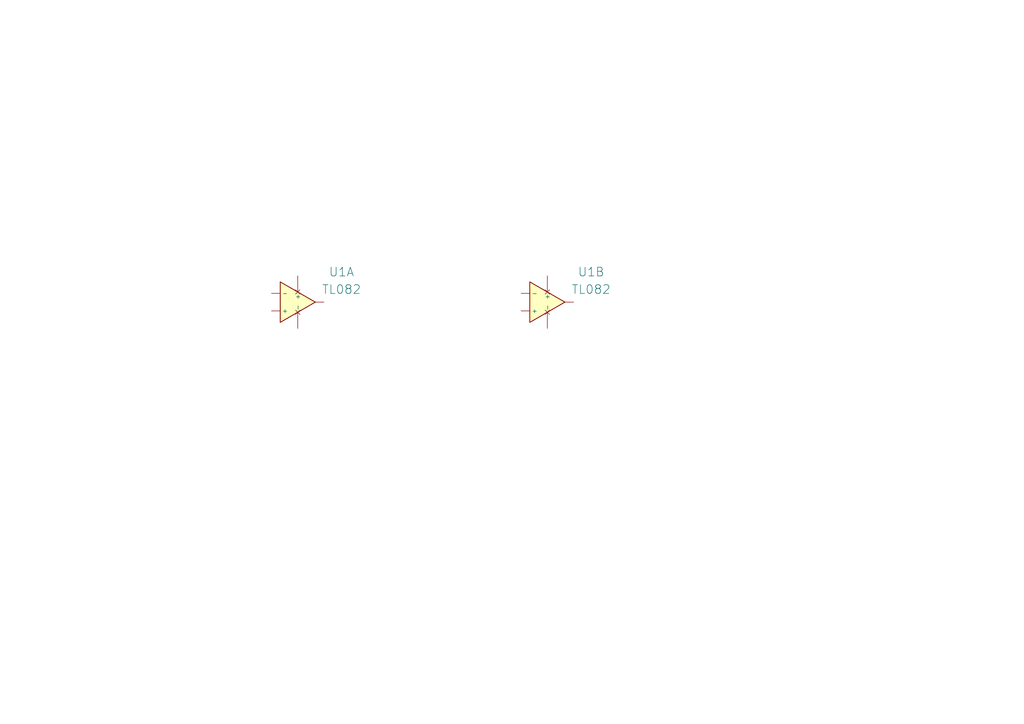
<source format=kicad_sch>
(kicad_sch (version 20250114) (generator "eeschema") (generator_version "9.0")
  (paper "A4")
  (lib_symbols
    (symbol "PCM_Generic:X-opamp,IEEE" (pin_numbers (hide yes))
      (property "Reference" "U" (at 6.35 3.81 0))
      (property "Value" "${SIM.PARAMS}" (at 6.35 -3.81 0))
      (symbol "X-opamp,IEEE_1_1"
        (polyline (pts (xy 5.08 0) (xy -5.08 5.8674) (xy -5.08 -5.8674) (xy 5.08 0)) (stroke (width 0.254)) (fill (type background)))
        (pin input line (at -7.62 2.54 0) (length 2.54) (name "-") (number "2"))
        (pin input line (at -7.62 -2.54 0) (length 2.54) (name "+") (number "1"))
        (pin power_in non_logic (at 0 7.62 270) (length 4.6736) (name "+") (number "3"))
        (pin power_in non_logic (at 0 -7.62 90) (length 4.6736) (name "-") (number "4"))
        (pin output line (at 7.62 0 180) (length 2.54) (name "OUT") (number "5"))
      )
    )
  )
  (symbol (lib_id "PCM_Generic:X-opamp,IEEE") (at 158.75 87.63 0) (unit 1)
    (property "Reference" "U1B" (at 171.45 78.8668 0) (effects (font (size 2.54 2.54))))
    (property "Value" "TL082" (at 171.45 83.9468 0) (effects (font (size 2.54 2.54))))
    (property "Description" "operational amplifier (opamp); voltage comparator (IEEE triangle)" (effects (hide yes)))
    (property "Sim.Pins" "1=1 2=2 3=3 4=4 5=5" (effects (hide yes)))
    (property "Sim.Device" "SPICE" (effects (hide yes)))
    (property "Sim.Params" "type=\"X\" model=\"X-opamp,IEEE\" lib=\"\"" (effects (hide yes)))
  )
  (symbol (lib_id "PCM_Generic:X-opamp,IEEE") (at 86.36 87.63 0) (unit 1)
    (property "Reference" "U1A" (at 99.06 78.8668 0) (effects (font (size 2.54 2.54))))
    (property "Value" "TL082" (at 99.06 83.9468 0) (effects (font (size 2.54 2.54))))
    (property "Description" "operational amplifier (opamp); voltage comparator (IEEE triangle)" (effects (hide yes)))
    (property "Sim.Pins" "1=1 2=2 3=3 4=4 5=5" (effects (hide yes)))
    (property "Sim.Device" "SPICE" (effects (hide yes)))
    (property "Sim.Params" "type=\"X\" model=\"X-opamp,IEEE\" lib=\"\"" (effects (hide yes)))
  )
)
</source>
